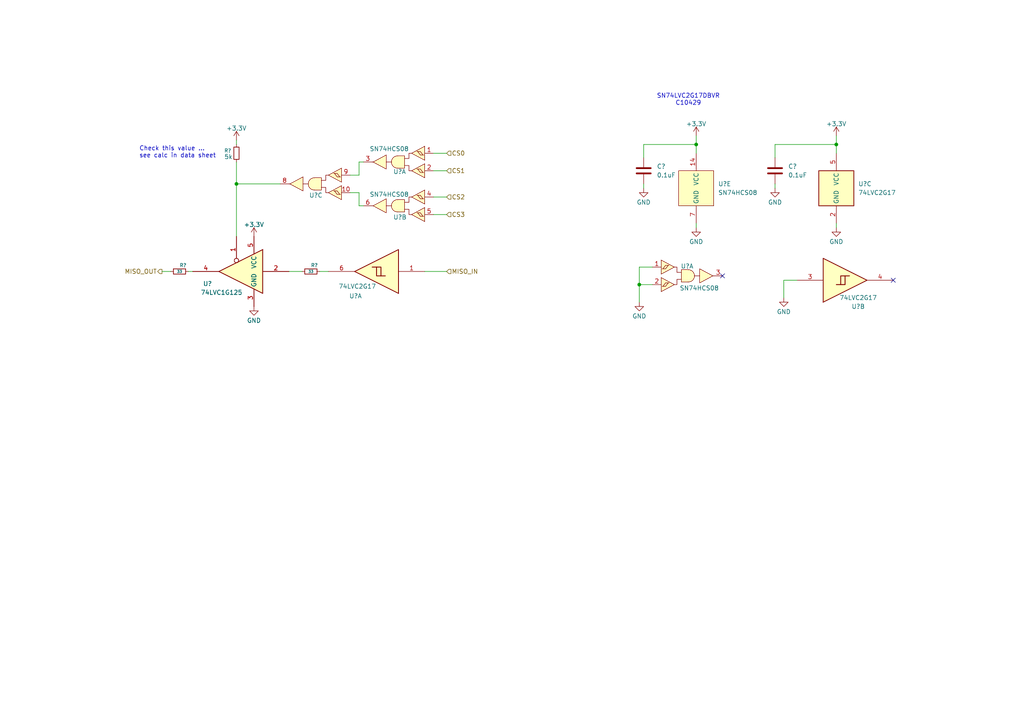
<source format=kicad_sch>
(kicad_sch (version 20250114) (generator "eeschema") (generator_version "9.0")
  (paper "A4")
  (lib_symbols
    (symbol "74xGxx:74LVC1G125"
      (property "Reference" "U" (at -10.16 7.62 0))
      (property "Value" "74LVC1G125" (at 2.54 -7.62 0))
      (symbol "74LVC1G125_0_1"
        (polyline (pts (xy -7.62 6.35) (xy -7.62 -6.35) (xy 5.08 0) (xy -7.62 6.35)) (stroke (width 0.254)) (fill (type background)))
      )
      (symbol "74LVC1G125_1_1"
        (pin input line (at -15.24 0 0) (length 7.62) (name "~") (number "2"))
        (pin power_in line (at -5.08 10.16 270) (length 5.08) (name "VCC") (number "5"))
        (pin power_in line (at -5.08 -10.16 90) (length 5.08) (name "GND") (number "3"))
        (pin input inverted (at 0 10.16 270) (length 7.62) (name "~") (number "1"))
        (pin tri_state line (at 12.7 0 180) (length 7.62) (name "~") (number "4"))
      )
    )
    (symbol "74xGxx:74LVC2G17"
      (property "Reference" "U" (at -1.27 7.62 0))
      (property "Value" "74LVC2G17" (at 2.54 -7.62 0))
      (symbol "74LVC2G17_1_1"
        (polyline (pts (xy -7.62 6.35) (xy -7.62 -6.35) (xy 5.08 0) (xy -7.62 6.35)) (stroke (width 0.254)) (fill (type background)))
        (polyline (pts (xy -3.81 1.27) (xy -2.54 1.27) (xy -2.54 -1.27) (xy 0 -1.27)) (stroke (width 0.254)) (fill (type background)))
        (polyline (pts (xy -2.54 1.27) (xy -1.27 1.27) (xy -1.27 -1.27)) (stroke (width 0.254)) (fill (type background)))
        (pin input line (at -15.24 0 0) (length 7.62) (name "~") (number "1"))
        (pin output line (at 12.7 0 180) (length 7.62) (name "~") (number "6"))
      )
      (symbol "74LVC2G17_2_1"
        (polyline (pts (xy -7.62 6.35) (xy -7.62 -6.35) (xy 5.08 0) (xy -7.62 6.35)) (stroke (width 0.254)) (fill (type background)))
        (polyline (pts (xy -3.81 1.27) (xy -2.54 1.27) (xy -2.54 -1.27) (xy 0 -1.27)) (stroke (width 0.254)) (fill (type background)))
        (polyline (pts (xy -2.54 1.27) (xy -1.27 1.27) (xy -1.27 -1.27)) (stroke (width 0.254)) (fill (type background)))
        (pin input line (at -15.24 0 0) (length 7.62) (name "~") (number "3"))
        (pin output line (at 12.7 0 180) (length 7.62) (name "~") (number "4"))
      )
      (symbol "74LVC2G17_3_0"
        (rectangle (start -5.08 -5.08) (end 5.08 5.08) (stroke (width 0.254)) (fill (type background)))
      )
      (symbol "74LVC2G17_3_1"
        (pin power_in line (at 0 10.16 270) (length 5.08) (name "VCC") (number "5"))
        (pin power_in line (at 0 -10.16 90) (length 5.08) (name "GND") (number "2"))
      )
    )
    (symbol "Device:C" (pin_numbers (hide yes)) (pin_names (offset 0.254))
      (property "Reference" "C" (at 0.635 2.54 0))
      (property "Value" "C" (at 0.635 -2.54 0))
      (symbol "C_0_1"
        (polyline (pts (xy -2.032 0.762) (xy 2.032 0.762)) (stroke (width 0.508)))
        (polyline (pts (xy -2.032 -0.762) (xy 2.032 -0.762)) (stroke (width 0.508)))
      )
      (symbol "C_1_1"
        (pin passive line (at 0 3.81 270) (length 2.794) (name "~") (number "1"))
        (pin passive line (at 0 -3.81 90) (length 2.794) (name "~") (number "2"))
      )
    )
    (symbol "Device:R_Small" (pin_numbers (hide yes)) (pin_names (offset 0.254) (hide yes))
      (property "Reference" "R" (at 0 0 90))
      (property "Value" "R_Small" (at 1.778 0 90))
      (symbol "R_Small_0_1"
        (rectangle (start -0.762 1.778) (end 0.762 -1.778) (stroke (width 0.2032)))
      )
      (symbol "R_Small_1_1"
        (pin passive line (at 0 2.54 270) (length 0.762) (name "~") (number "1"))
        (pin passive line (at 0 -2.54 90) (length 0.762) (name "~") (number "2"))
      )
    )
    (symbol "SN74HCS08:SN74HCS08"
      (property "Reference" "U" (at 6.096 1.27 0))
      (property "Value" "SN74HCS08" (at 10.922 -1.524 0))
      (symbol "SN74HCS08_1_1"
        (polyline (pts (xy -4.572 -7.62) (xy -0.508 -7.62) (xy -2.54 -3.81) (xy -4.572 -7.62)) (fill (type color) (color 255 255 194 1)))
        (polyline (pts (xy -3.048 -5.588) (xy -3.048 -5.334)))
        (polyline (pts (xy -2.54 -3.81) (xy -2.54 -3.048) (xy -1.016 -3.048) (xy -1.016 -1.778)))
        (polyline (pts (xy -2.032 3.556) (xy 2.032 3.556) (xy 0 7.366) (xy -2.032 3.556)) (fill (type color) (color 255 255 194 1)))
        (polyline (pts (xy -2.032 -7.112) (xy -3.048 -6.35) (xy -3.048 -5.588) (xy -2.032 -6.35) (xy -2.032 -7.366)))
        (arc (start 0 2.032) (mid 1.2572 1.5112) (end 1.778 0.254) (fill (type color) (color 255 255 194 1)))
        (polyline (pts (xy 0 7.62) (xy 0 7.366)))
        (polyline (pts (xy 0 7.366) (xy 0 7.366)))
        (polyline (pts (xy 0 2.032) (xy 0 3.556)))
        (arc (start -1.778 0.254) (mid -1.2572 1.5112) (end 0 2.032) (fill (type color) (color 255 255 194 1)))
        (polyline (pts (xy 0.508 -7.62) (xy 4.572 -7.62) (xy 2.54 -3.81) (xy 0.508 -7.62)) (fill (type color) (color 255 255 194 1)))
        (polyline (pts (xy 1.778 0.254) (xy 1.778 -1.778) (xy -1.778 -1.778) (xy -1.778 0.254)) (fill (type color) (color 255 255 194 1)))
        (polyline (pts (xy 2.032 -5.588) (xy 2.032 -5.334)))
        (polyline (pts (xy 2.54 -3.81) (xy 2.54 -3.048) (xy 1.016 -3.048) (xy 1.016 -1.778)))
        (polyline (pts (xy 3.048 -7.112) (xy 2.032 -6.35) (xy 2.032 -5.588) (xy 3.048 -6.35) (xy 3.048 -7.366)))
        (pin input line (at -2.54 -10.16 90) (length 2.54) (name "") (number "1"))
        (pin output line (at 0 10.16 270) (length 2.54) (name "") (number "3"))
        (pin input line (at 2.54 -10.16 90) (length 2.54) (name "") (number "2"))
      )
      (symbol "SN74HCS08_2_1"
        (polyline (pts (xy -4.572 -7.62) (xy -0.508 -7.62) (xy -2.54 -3.81) (xy -4.572 -7.62)) (fill (type color) (color 255 255 194 1)))
        (polyline (pts (xy -3.048 -5.588) (xy -3.048 -5.334)))
        (polyline (pts (xy -2.54 -3.81) (xy -2.54 -3.048) (xy -1.016 -3.048) (xy -1.016 -1.778)))
        (polyline (pts (xy -2.032 3.556) (xy 2.032 3.556) (xy 0 7.366) (xy -2.032 3.556)) (fill (type color) (color 255 255 194 1)))
        (polyline (pts (xy -2.032 -7.112) (xy -3.048 -6.35) (xy -3.048 -5.588) (xy -2.032 -6.35) (xy -2.032 -7.366)))
        (arc (start 0 2.032) (mid 1.2572 1.5112) (end 1.778 0.254) (fill (type color) (color 255 255 194 1)))
        (polyline (pts (xy 0 7.62) (xy 0 7.366)))
        (polyline (pts (xy 0 7.366) (xy 0 7.366)))
        (polyline (pts (xy 0 2.032) (xy 0 3.556)))
        (arc (start -1.778 0.254) (mid -1.2572 1.5112) (end 0 2.032) (fill (type color) (color 255 255 194 1)))
        (polyline (pts (xy 0.508 -7.62) (xy 4.572 -7.62) (xy 2.54 -3.81) (xy 0.508 -7.62)) (fill (type color) (color 255 255 194 1)))
        (polyline (pts (xy 1.778 0.254) (xy 1.778 -1.778) (xy -1.778 -1.778) (xy -1.778 0.254)) (fill (type color) (color 255 255 194 1)))
        (polyline (pts (xy 2.032 -5.588) (xy 2.032 -5.334)))
        (polyline (pts (xy 2.54 -3.81) (xy 2.54 -3.048) (xy 1.016 -3.048) (xy 1.016 -1.778)))
        (polyline (pts (xy 3.048 -7.112) (xy 2.032 -6.35) (xy 2.032 -5.588) (xy 3.048 -6.35) (xy 3.048 -7.366)))
        (pin input line (at -2.54 -10.16 90) (length 2.54) (name "") (number "4"))
        (pin output line (at 0 10.16 270) (length 2.54) (name "") (number "6"))
        (pin input line (at 2.54 -10.16 90) (length 2.54) (name "") (number "5"))
      )
      (symbol "SN74HCS08_3_1"
        (polyline (pts (xy -4.572 -7.62) (xy -0.508 -7.62) (xy -2.54 -3.81) (xy -4.572 -7.62)) (fill (type color) (color 255 255 194 1)))
        (polyline (pts (xy -3.048 -5.588) (xy -3.048 -5.334)))
        (polyline (pts (xy -2.54 -3.81) (xy -2.54 -3.048) (xy -1.016 -3.048) (xy -1.016 -1.778)))
        (polyline (pts (xy -2.032 3.556) (xy 2.032 3.556) (xy 0 7.366) (xy -2.032 3.556)) (fill (type color) (color 255 255 194 1)))
        (polyline (pts (xy -2.032 -7.112) (xy -3.048 -6.35) (xy -3.048 -5.588) (xy -2.032 -6.35) (xy -2.032 -7.366)))
        (arc (start 0 2.032) (mid 1.2572 1.5112) (end 1.778 0.254) (fill (type color) (color 255 255 194 1)))
        (polyline (pts (xy 0 7.62) (xy 0 7.366)))
        (polyline (pts (xy 0 7.366) (xy 0 7.366)))
        (polyline (pts (xy 0 2.032) (xy 0 3.556)))
        (arc (start -1.778 0.254) (mid -1.2572 1.5112) (end 0 2.032) (fill (type color) (color 255 255 194 1)))
        (polyline (pts (xy 0.508 -7.62) (xy 4.572 -7.62) (xy 2.54 -3.81) (xy 0.508 -7.62)) (fill (type color) (color 255 255 194 1)))
        (polyline (pts (xy 1.778 0.254) (xy 1.778 -1.778) (xy -1.778 -1.778) (xy -1.778 0.254)) (fill (type color) (color 255 255 194 1)))
        (polyline (pts (xy 2.032 -5.588) (xy 2.032 -5.334)))
        (polyline (pts (xy 2.54 -3.81) (xy 2.54 -3.048) (xy 1.016 -3.048) (xy 1.016 -1.778)))
        (polyline (pts (xy 3.048 -7.112) (xy 2.032 -6.35) (xy 2.032 -5.588) (xy 3.048 -6.35) (xy 3.048 -7.366)))
        (pin input line (at -2.54 -10.16 90) (length 2.54) (name "") (number "9"))
        (pin output line (at 0 10.16 270) (length 2.54) (name "") (number "8"))
        (pin input line (at 2.54 -10.16 90) (length 2.54) (name "") (number "10"))
      )
      (symbol "SN74HCS08_4_1"
        (polyline (pts (xy -4.572 -7.62) (xy -0.508 -7.62) (xy -2.54 -3.81) (xy -4.572 -7.62)) (fill (type color) (color 255 255 194 1)))
        (polyline (pts (xy -3.048 -5.588) (xy -3.048 -5.334)))
        (polyline (pts (xy -2.54 -3.81) (xy -2.54 -3.048) (xy -1.016 -3.048) (xy -1.016 -1.778)))
        (polyline (pts (xy -2.032 3.556) (xy 2.032 3.556) (xy 0 7.366) (xy -2.032 3.556)) (fill (type color) (color 255 255 194 1)))
        (polyline (pts (xy -2.032 -7.112) (xy -3.048 -6.35) (xy -3.048 -5.588) (xy -2.032 -6.35) (xy -2.032 -7.366)))
        (arc (start 0 2.032) (mid 1.2572 1.5112) (end 1.778 0.254) (fill (type color) (color 255 255 194 1)))
        (polyline (pts (xy 0 7.62) (xy 0 7.366)))
        (polyline (pts (xy 0 7.366) (xy 0 7.366)))
        (polyline (pts (xy 0 2.032) (xy 0 3.556)))
        (arc (start -1.778 0.254) (mid -1.2572 1.5112) (end 0 2.032) (fill (type color) (color 255 255 194 1)))
        (polyline (pts (xy 0.508 -7.62) (xy 4.572 -7.62) (xy 2.54 -3.81) (xy 0.508 -7.62)) (fill (type color) (color 255 255 194 1)))
        (polyline (pts (xy 1.778 0.254) (xy 1.778 -1.778) (xy -1.778 -1.778) (xy -1.778 0.254)) (fill (type color) (color 255 255 194 1)))
        (polyline (pts (xy 2.032 -5.588) (xy 2.032 -5.334)))
        (polyline (pts (xy 2.54 -3.81) (xy 2.54 -3.048) (xy 1.016 -3.048) (xy 1.016 -1.778)))
        (polyline (pts (xy 3.048 -7.112) (xy 2.032 -6.35) (xy 2.032 -5.588) (xy 3.048 -6.35) (xy 3.048 -7.366)))
        (pin input line (at -2.54 -10.16 90) (length 2.54) (name "") (number "12"))
        (pin output line (at 0 10.16 270) (length 2.54) (name "") (number "11"))
        (pin input line (at 2.54 -10.16 90) (length 2.54) (name "") (number "13"))
      )
      (symbol "SN74HCS08_5_1"
        (rectangle (start -5.08 5.08) (end 5.08 -5.08) (fill (type color) (color 255 255 194 1)))
        (pin power_in line (at 0 10.16 270) (length 5.08) (name "VCC") (number "14"))
        (pin power_in line (at 0 -10.16 90) (length 5.08) (name "GND") (number "7"))
      )
    )
    (symbol "power:+3.3V" (power) (pin_names (offset 0))
      (property "Value" "+3.3V" (at 0 3.556 0))
      (symbol "+3.3V_0_1"
        (polyline (pts (xy -0.762 1.27) (xy 0 2.54)))
        (polyline (pts (xy 0 2.54) (xy 0.762 1.27)))
        (polyline (pts (xy 0 0) (xy 0 2.54)))
      )
      (symbol "+3.3V_1_1"
        (pin power_in line (at 0 0 90) (length 0) (hide yes) (name "+3.3V") (number "1"))
      )
    )
    (symbol "power:GND" (power) (pin_names (offset 0))
      (property "Value" "GND" (at 0 -3.81 0))
      (symbol "GND_0_1"
        (polyline (pts (xy 0 0) (xy 0 -1.27) (xy 1.27 -1.27) (xy 0 -2.54) (xy -1.27 -1.27) (xy 0 -1.27)))
      )
      (symbol "GND_1_1"
        (pin power_in line (at 0 0 270) (length 0) (hide yes) (name "GND") (number "1"))
      )
    )
  )
  (text "Check this value ... \nsee calc in data sheet" (at 40.386 44.196 0) (effects (font (size 1.27 1.27)) (justify left)))
  (text "SN74LVC2G17DBVR\nC10429" (at 199.644 28.956 0) (effects (font (size 1.27 1.27))))
  (junction (at 201.93 41.91))
  (junction (at 185.42 82.55))
  (junction (at 242.57 41.91))
  (junction (at 68.58 53.34))
  (no_connect (at 259.08 81.28))
  (no_connect (at 209.55 80.01))
  (wire (pts (xy 81.28 53.34) (xy 68.58 53.34)))
  (wire (pts (xy 68.58 46.99) (xy 68.58 53.34)))
  (wire (pts (xy 104.14 50.8) (xy 104.14 46.99)))
  (wire (pts (xy 242.57 41.91) (xy 242.57 44.45)))
  (wire (pts (xy 123.19 78.74) (xy 129.54 78.74)))
  (wire (pts (xy 242.57 39.37) (xy 242.57 41.91)))
  (wire (pts (xy 49.53 78.74) (xy 46.99 78.74)))
  (wire (pts (xy 224.79 41.91) (xy 224.79 45.72)))
  (wire (pts (xy 95.25 78.74) (xy 92.71 78.74)))
  (wire (pts (xy 185.42 82.55) (xy 185.42 87.63)))
  (wire (pts (xy 104.14 55.88) (xy 101.6 55.88)))
  (wire (pts (xy 68.58 53.34) (xy 68.58 68.58)))
  (wire (pts (xy 224.79 41.91) (xy 242.57 41.91)))
  (wire (pts (xy 125.73 44.45) (xy 129.54 44.45)))
  (wire (pts (xy 189.23 77.47) (xy 185.42 77.47)))
  (wire (pts (xy 104.14 59.69) (xy 104.14 55.88)))
  (wire (pts (xy 87.63 78.74) (xy 83.82 78.74)))
  (wire (pts (xy 101.6 50.8) (xy 104.14 50.8)))
  (wire (pts (xy 186.69 53.34) (xy 186.69 54.61)))
  (wire (pts (xy 242.57 64.77) (xy 242.57 66.04)))
  (wire (pts (xy 224.79 53.34) (xy 224.79 54.61)))
  (wire (pts (xy 185.42 82.55) (xy 189.23 82.55)))
  (wire (pts (xy 201.93 64.77) (xy 201.93 66.04)))
  (wire (pts (xy 129.54 62.23) (xy 125.73 62.23)))
  (wire (pts (xy 186.69 41.91) (xy 201.93 41.91)))
  (wire (pts (xy 201.93 41.91) (xy 201.93 44.45)))
  (wire (pts (xy 227.33 81.28) (xy 231.14 81.28)))
  (wire (pts (xy 201.93 39.37) (xy 201.93 41.91)))
  (wire (pts (xy 185.42 77.47) (xy 185.42 82.55)))
  (wire (pts (xy 129.54 57.15) (xy 125.73 57.15)))
  (wire (pts (xy 125.73 49.53) (xy 129.54 49.53)))
  (wire (pts (xy 55.88 78.74) (xy 54.61 78.74)))
  (wire (pts (xy 68.58 40.64) (xy 68.58 41.91)))
  (wire (pts (xy 227.33 81.28) (xy 227.33 86.36)))
  (wire (pts (xy 105.41 59.69) (xy 104.14 59.69)))
  (wire (pts (xy 186.69 41.91) (xy 186.69 45.72)))
  (wire (pts (xy 104.14 46.99) (xy 105.41 46.99)))
  (hierarchical_label "CS2" (shape input) (at 129.54 57.15 0))
  (hierarchical_label "CS1" (shape input) (at 129.54 49.53 0))
  (hierarchical_label "MISO_OUT" (shape output) (at 46.99 78.74 180))
  (hierarchical_label "MISO_IN" (shape input) (at 129.54 78.74 0))
  (hierarchical_label "CS3" (shape input) (at 129.54 62.23 0))
  (hierarchical_label "CS0" (shape input) (at 129.54 44.45 0))
  (symbol (lib_id "power:GND") (at 201.93 66.04 0) (mirror y) (unit 1)
    (property "Reference" "#PWR0281" (effects (hide yes)))
    (property "Value" "GND" (at 201.93 70.104 0))
    (instances (project "arena_10_of_10_v1r1" (path "" (reference "#PWR0405") (unit 1)) (path "" (reference "#PWR0416") (unit 1)) (path "" (reference "#PWR0394") (unit 1)) (path "" (reference "#PWR0326") (unit 1)) (path "" (reference "#PWR0289") (unit 1)) (path "" (reference "#PWR0338") (unit 1)) (path "" (reference "#PWR0281") (unit 1)) (path "" (reference "#PWR0302") (unit 1)) (path "" (reference "#PWR0253") (unit 1)) (path "" (reference "#PWR0314") (unit 1))))
  )
  (symbol (lib_id "Device:C") (at 186.69 49.53 0) (unit 1)
    (property "Reference" "C?" (at 190.5 48.2599 0) (effects (justify left)))
    (property "Value" "0.1uF" (at 190.5 50.7999 0) (effects (justify left)))
    (property "Footprint" "Capacitor_SMD:C_0402_1005Metric" (effects (hide yes)))
    (property "Description" "Unpolarized capacitor" (effects (hide yes)))
  )
  (symbol (lib_id "74xGxx:74LVC1G125") (at 68.58 78.74 0) (mirror y) (unit 1)
    (property "Reference" "U?" (at 60.198 82.296 0))
    (property "Value" "74LVC1G125" (at 64.262 84.836 0))
    (property "Datasheet" "https://www.ti.com/lit/ds/symlink/sn74lvc1g125.pdf" (effects (hide yes)))
    (property "Description" "Single Buffer Gate Tri-State, Low-Voltage CMOS" (effects (hide yes)))
  )
  (symbol (lib_id "Device:R_Small") (at 68.58 44.45 0) (unit 1)
    (property "Reference" "R?" (at 65.024 43.688 0) (effects (font (size 1.016 1.016)) (justify left)))
    (property "Value" "5k" (at 65.024 45.466 0) (effects (justify left)))
    (property "Description" "Resistor, small symbol" (effects (hide yes)))
  )
  (symbol (lib_id "power:+3.3V") (at 201.93 39.37 0) (unit 1)
    (property "Reference" "#PWR0294" (effects (hide yes)))
    (property "Value" "+3.3V" (at 201.93 35.941 0))
    (instances (project "arena_10_of_10_v1r1" (path "" (reference "#PWR0404") (unit 1)) (path "" (reference "#PWR0415") (unit 1)) (path "" (reference "#PWR0393") (unit 1)) (path "" (reference "#PWR0325") (unit 1)) (path "" (reference "#PWR0288") (unit 1)) (path "" (reference "#PWR0337") (unit 1)) (path "" (reference "#PWR0294") (unit 1)) (path "" (reference "#PWR0301") (unit 1)) (path "" (reference "#PWR0240") (unit 1)) (path "" (reference "#PWR0313") (unit 1))))
  )
  (symbol (lib_id "power:GND") (at 73.66 88.9 0) (mirror y) (unit 1)
    (property "Reference" "#PWR0309" (effects (hide yes)))
    (property "Value" "GND" (at 73.66 92.964 0))
    (instances (project "arena_10_of_10_v1r1" (path "" (reference "#PWR0401") (unit 1)) (path "" (reference "#PWR0412") (unit 1)) (path "" (reference "#PWR0390") (unit 1)) (path "" (reference "#PWR0322") (unit 1)) (path "" (reference "#PWR0284") (unit 1)) (path "" (reference "#PWR0334") (unit 1)) (path "" (reference "#PWR0309") (unit 1)) (path "" (reference "#PWR0297") (unit 1)) (path "" (reference "#PWR0176") (unit 1)) (path "" (reference "#PWR0310") (unit 1))))
  )
  (symbol (lib_id "74xGxx:74LVC2G17") (at 246.38 81.28 0) (mirror x) (unit 2)
    (property "Reference" "U2" (at 248.92 88.9 0))
    (property "Value" "74LVC2G17" (at 248.92 86.36 0))
    (property "Footprint" "Package_TO_SOT_SMD:SOT-23-6" (effects (hide yes)))
    (property "Datasheet" "http://www.ti.com/lit/sg/scyt129e/scyt129e.pdf" (effects (hide yes)))
    (property "Description" "Dual Buffer, Schmitt Triggered, Low-Voltage CMOS" (effects (hide yes)))
    (instances (project "arena_10_of_10_v1r1" (path "" (reference "U?") (unit 2)) (path "" (reference "U?") (unit 2)) (path "" (reference "U?") (unit 2)) (path "" (reference "U?") (unit 2)) (path "" (reference "U?") (unit 2)) (path "" (reference "U?") (unit 2)) (path "" (reference "U2") (unit 2)) (path "" (reference "U?") (unit 2)) (path "" (reference "U?") (unit 2)) (path "" (reference "U?") (unit 2))))
  )
  (symbol (lib_id "SN74HCS08:SN74HCS08") (at 115.57 46.99 90) (mirror x) (unit 1)
    (property "Reference" "U?" (at 114.046 49.784 90) (effects (justify right)))
    (property "Value" "SN74HCS08" (at 107.188 43.18 90) (effects (justify right)))
  )
  (symbol (lib_id "Device:R_Small") (at 52.07 78.74 90) (unit 1)
    (property "Reference" "R?" (at 53.086 76.962 90) (effects (font (size 1.016 1.016))))
    (property "Value" "33" (at 52.07 78.74 90) (effects (font (size 0.762 0.762))))
    (property "Description" "Resistor, small symbol" (effects (hide yes)))
  )
  (symbol (lib_id "Device:R_Small") (at 90.17 78.74 90) (unit 1)
    (property "Reference" "R?" (at 91.186 76.962 90) (effects (font (size 1.016 1.016))))
    (property "Value" "33" (at 90.17 78.74 90) (effects (font (size 0.762 0.762))))
    (property "Description" "Resistor, small symbol" (effects (hide yes)))
  )
  (symbol (lib_id "power:+3.3V") (at 73.66 68.58 0) (unit 1)
    (property "Reference" "#PWR0319" (effects (hide yes)))
    (property "Value" "+3.3V" (at 73.66 65.151 0))
    (instances (project "arena_10_of_10_v1r1" (path "" (reference "#PWR0400") (unit 1)) (path "" (reference "#PWR0411") (unit 1)) (path "" (reference "#PWR0389") (unit 1)) (path "" (reference "#PWR0321") (unit 1)) (path "" (reference "#PWR0283") (unit 1)) (path "" (reference "#PWR0333") (unit 1)) (path "" (reference "#PWR0319") (unit 1)) (path "" (reference "#PWR0296") (unit 1)) (path "" (reference "#PWR0146") (unit 1)) (path "" (reference "#PWR0308") (unit 1))))
  )
  (symbol (lib_id "SN74HCS08:SN74HCS08") (at 199.39 80.01 270) (unit 1)
    (property "Reference" "U?" (at 201.168 77.216 90) (effects (justify right)))
    (property "Value" "SN74HCS08" (at 208.534 83.566 90) (effects (justify right)))
  )
  (symbol (lib_id "Device:C") (at 224.79 49.53 0) (unit 1)
    (property "Reference" "C1" (at 228.6 48.2599 0) (effects (justify left)))
    (property "Value" "0.1uF" (at 228.6 50.7999 0) (effects (justify left)))
    (property "Footprint" "Capacitor_SMD:C_0402_1005Metric" (effects (hide yes)))
    (property "Description" "Unpolarized capacitor" (effects (hide yes)))
    (instances (project "arena_10_of_10_v1r1" (path "" (reference "C?") (unit 1)) (path "" (reference "C?") (unit 1)) (path "" (reference "C?") (unit 1)) (path "" (reference "C?") (unit 1)) (path "" (reference "C?") (unit 1)) (path "" (reference "C?") (unit 1)) (path "" (reference "C1") (unit 1)) (path "" (reference "C?") (unit 1)) (path "" (reference "C?") (unit 1)) (path "" (reference "C?") (unit 1))))
  )
  (symbol (lib_id "power:+3.3V") (at 68.58 40.64 0) (unit 1)
    (property "Reference" "#PWR0329" (effects (hide yes)))
    (property "Value" "+3.3V" (at 68.58 37.211 0))
    (instances (project "arena_10_of_10_v1r1" (path "" (reference "#PWR0399") (unit 1)) (path "" (reference "#PWR0410") (unit 1)) (path "" (reference "#PWR0388") (unit 1)) (path "" (reference "#PWR0320") (unit 1)) (path "" (reference "#PWR0285") (unit 1)) (path "" (reference "#PWR0332") (unit 1)) (path "" (reference "#PWR0329") (unit 1)) (path "" (reference "#PWR0298") (unit 1)) (path "" (reference "#PWR0191") (unit 1)) (path "" (reference "#PWR0307") (unit 1))))
  )
  (symbol (lib_id "power:GND") (at 224.79 54.61 0) (mirror y) (unit 1)
    (property "Reference" "#PWR0106" (effects (hide yes)))
    (property "Value" "GND" (at 224.79 58.674 0))
    (instances (project "arena_10_of_10_v1r1" (path "" (reference "#PWR0406") (unit 1)) (path "" (reference "#PWR0417") (unit 1)) (path "" (reference "#PWR0395") (unit 1)) (path "" (reference "#PWR0327") (unit 1)) (path "" (reference "#PWR0290") (unit 1)) (path "" (reference "#PWR0360") (unit 1)) (path "" (reference "#PWR0106") (unit 1)) (path "" (reference "#PWR0303") (unit 1)) (path "" (reference "#PWR0266") (unit 1)) (path "" (reference "#PWR0315") (unit 1))))
  )
  (symbol (lib_id "power:GND") (at 227.33 86.36 0) (mirror y) (unit 1)
    (property "Reference" "#PWR0129" (effects (hide yes)))
    (property "Value" "GND" (at 227.33 90.424 0))
    (instances (project "arena_10_of_10_v1r1" (path "" (reference "#PWR0407") (unit 1)) (path "" (reference "#PWR0418") (unit 1)) (path "" (reference "#PWR0396") (unit 1)) (path "" (reference "#PWR0328") (unit 1)) (path "" (reference "#PWR0291") (unit 1)) (path "" (reference "#PWR0364") (unit 1)) (path "" (reference "#PWR0129") (unit 1)) (path "" (reference "#PWR0304") (unit 1)) (path "" (reference "#PWR0279") (unit 1)) (path "" (reference "#PWR0316") (unit 1))))
  )
  (symbol (lib_id "SN74HCS08:SN74HCS08") (at 115.57 59.69 90) (mirror x) (unit 2)
    (property "Reference" "U?" (at 114.046 62.992 90) (effects (justify right)))
    (property "Value" "SN74HCS08" (at 107.188 56.388 90) (effects (justify right)))
  )
  (symbol (lib_id "power:GND") (at 186.69 54.61 0) (mirror y) (unit 1)
    (property "Reference" "#PWR0293" (effects (hide yes)))
    (property "Value" "GND" (at 186.69 58.674 0))
    (instances (project "arena_10_of_10_v1r1" (path "" (reference "#PWR0403") (unit 1)) (path "" (reference "#PWR0414") (unit 1)) (path "" (reference "#PWR0392") (unit 1)) (path "" (reference "#PWR0324") (unit 1)) (path "" (reference "#PWR0287") (unit 1)) (path "" (reference "#PWR0336") (unit 1)) (path "" (reference "#PWR0293") (unit 1)) (path "" (reference "#PWR0300") (unit 1)) (path "" (reference "#PWR0227") (unit 1)) (path "" (reference "#PWR0312") (unit 1))))
  )
  (symbol (lib_id "power:GND") (at 185.42 87.63 0) (mirror y) (unit 1)
    (property "Reference" "#PWR0161" (effects (hide yes)))
    (property "Value" "GND" (at 185.42 91.694 0))
    (instances (project "arena_10_of_10_v1r1" (path "" (reference "#PWR0402") (unit 1)) (path "" (reference "#PWR0413") (unit 1)) (path "" (reference "#PWR0391") (unit 1)) (path "" (reference "#PWR0323") (unit 1)) (path "" (reference "#PWR0286") (unit 1)) (path "" (reference "#PWR0335") (unit 1)) (path "" (reference "#PWR0161") (unit 1)) (path "" (reference "#PWR0299") (unit 1)) (path "" (reference "#PWR0214") (unit 1)) (path "" (reference "#PWR0311") (unit 1))))
  )
  (symbol (lib_id "74xGxx:74LVC2G17") (at 242.57 54.61 0) (unit 3)
    (property "Reference" "U2" (at 248.92 53.3399 0) (effects (justify left)))
    (property "Value" "74LVC2G17" (at 248.92 55.8799 0) (effects (justify left)))
    (property "Footprint" "Package_TO_SOT_SMD:SOT-23-6" (effects (hide yes)))
    (property "Datasheet" "http://www.ti.com/lit/sg/scyt129e/scyt129e.pdf" (effects (hide yes)))
    (property "Description" "Dual Buffer, Schmitt Triggered, Low-Voltage CMOS" (effects (hide yes)))
    (instances (project "arena_10_of_10_v1r1" (path "" (reference "U?") (unit 3)) (path "" (reference "U?") (unit 3)) (path "" (reference "U?") (unit 3)) (path "" (reference "U?") (unit 3)) (path "" (reference "U?") (unit 3)) (path "" (reference "U?") (unit 3)) (path "" (reference "U2") (unit 3)) (path "" (reference "U?") (unit 3)) (path "" (reference "U?") (unit 3)) (path "" (reference "U?") (unit 3))))
  )
  (symbol (lib_id "SN74HCS08:SN74HCS08") (at 91.44 53.34 90) (mirror x) (unit 3)
    (property "Reference" "U?" (at 89.662 56.642 90) (effects (justify right)))
    (property "Value" "SN74HCS08" (effects (hide yes)))
  )
  (symbol (lib_id "74xGxx:74LVC2G17") (at 107.95 78.74 180) (unit 1)
    (property "Reference" "U2" (at 103.124 85.852 0))
    (property "Value" "74LVC2G17" (at 103.632 83.058 0))
    (property "Footprint" "Package_TO_SOT_SMD:SOT-23-6" (effects (hide yes)))
    (property "Datasheet" "http://www.ti.com/lit/sg/scyt129e/scyt129e.pdf" (effects (hide yes)))
    (property "Description" "Dual Buffer, Schmitt Triggered, Low-Voltage CMOS" (effects (hide yes)))
    (instances (project "arena_10_of_10_v1r1" (path "" (reference "U?") (unit 1)) (path "" (reference "U?") (unit 1)) (path "" (reference "U?") (unit 1)) (path "" (reference "U?") (unit 1)) (path "" (reference "U?") (unit 1)) (path "" (reference "U?") (unit 1)) (path "" (reference "U2") (unit 1)) (path "" (reference "U?") (unit 1)) (path "" (reference "U?") (unit 1)) (path "" (reference "U?") (unit 1))))
  )
  (symbol (lib_id "power:GND") (at 242.57 66.04 0) (mirror y) (unit 1)
    (property "Reference" "#PWR0109" (effects (hide yes)))
    (property "Value" "GND" (at 242.57 70.104 0))
    (instances (project "arena_10_of_10_v1r1" (path "" (reference "#PWR0409") (unit 1)) (path "" (reference "#PWR0420") (unit 1)) (path "" (reference "#PWR0398") (unit 1)) (path "" (reference "#PWR0331") (unit 1)) (path "" (reference "#PWR0295") (unit 1)) (path "" (reference "#PWR0367") (unit 1)) (path "" (reference "#PWR0109") (unit 1)) (path "" (reference "#PWR0306") (unit 1)) (path "" (reference "#PWR0282") (unit 1)) (path "" (reference "#PWR0318") (unit 1))))
  )
  (symbol (lib_id "power:+3.3V") (at 242.57 39.37 0) (unit 1)
    (property "Reference" "#PWR0103" (effects (hide yes)))
    (property "Value" "+3.3V" (at 242.57 35.941 0))
    (instances (project "arena_10_of_10_v1r1" (path "" (reference "#PWR0408") (unit 1)) (path "" (reference "#PWR0419") (unit 1)) (path "" (reference "#PWR0397") (unit 1)) (path "" (reference "#PWR0330") (unit 1)) (path "" (reference "#PWR0292") (unit 1)) (path "" (reference "#PWR0366") (unit 1)) (path "" (reference "#PWR0103") (unit 1)) (path "" (reference "#PWR0305") (unit 1)) (path "" (reference "#PWR0280") (unit 1)) (path "" (reference "#PWR0317") (unit 1))))
  )
  (symbol (lib_id "SN74HCS08:SN74HCS08") (at 201.93 54.61 0) (unit 5)
    (property "Reference" "U?" (at 208.28 53.3399 0) (effects (justify left)))
    (property "Value" "SN74HCS08" (at 208.28 55.8799 0) (effects (justify left)))
  )
)
</source>
